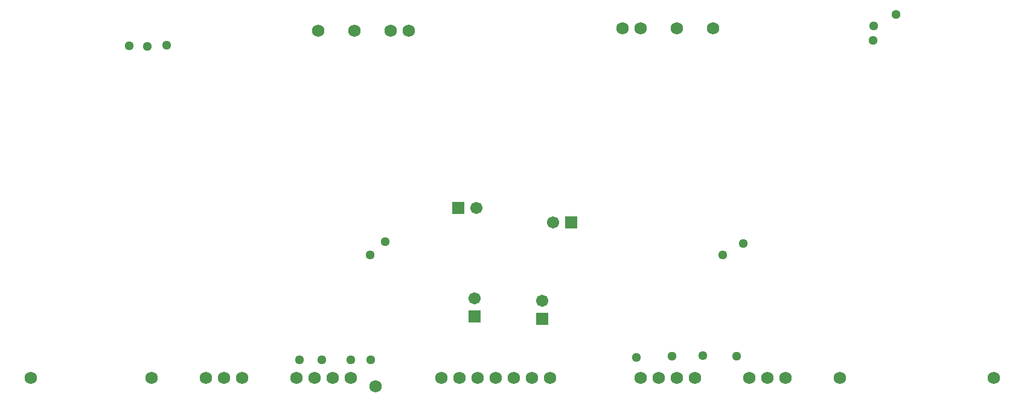
<source format=gbs>
G04*
G04 #@! TF.GenerationSoftware,Altium Limited,Altium Designer,18.0.12 (696)*
G04*
G04 Layer_Color=16711935*
%FSLAX23Y23*%
%MOIN*%
G70*
G01*
G75*
%ADD38C,0.068*%
%ADD39C,0.067*%
%ADD40R,0.067X0.067*%
%ADD41C,0.051*%
%ADD42R,0.067X0.067*%
D38*
X5374Y131D02*
D03*
X4225D02*
D03*
X1025D02*
D03*
X3425D02*
D03*
X3625D02*
D03*
X3725D02*
D03*
X4025D02*
D03*
X1525D02*
D03*
X1625D02*
D03*
X1725D02*
D03*
X1825D02*
D03*
X4525D02*
D03*
X4125D02*
D03*
X3525D02*
D03*
X2925D02*
D03*
X2825D02*
D03*
X2725D02*
D03*
X2625D02*
D03*
X2525D02*
D03*
X2425D02*
D03*
X2325D02*
D03*
X1225D02*
D03*
X1125D02*
D03*
X725D02*
D03*
X56D02*
D03*
X1960Y84D02*
D03*
X3325Y2065D02*
D03*
X3425D02*
D03*
X3625D02*
D03*
X3825D02*
D03*
X2143Y2051D02*
D03*
X2043D02*
D03*
X1843D02*
D03*
X1643D02*
D03*
D39*
X2882Y556D02*
D03*
X2942Y991D02*
D03*
X2507Y571D02*
D03*
X2517Y1071D02*
D03*
D40*
X2882Y456D02*
D03*
X2507Y471D02*
D03*
D41*
X807Y1969D02*
D03*
X601Y1966D02*
D03*
X4708Y1998D02*
D03*
X4711Y2078D02*
D03*
X701Y1965D02*
D03*
X4835Y2141D02*
D03*
X1932Y809D02*
D03*
X2015Y884D02*
D03*
X1823Y231D02*
D03*
X1935Y230D02*
D03*
X1663Y231D02*
D03*
X1541Y229D02*
D03*
X3401Y243D02*
D03*
X3596Y251D02*
D03*
X3953Y252D02*
D03*
X3767Y253D02*
D03*
X3989Y875D02*
D03*
X3876Y812D02*
D03*
D42*
X3042Y991D02*
D03*
X2417Y1071D02*
D03*
M02*

</source>
